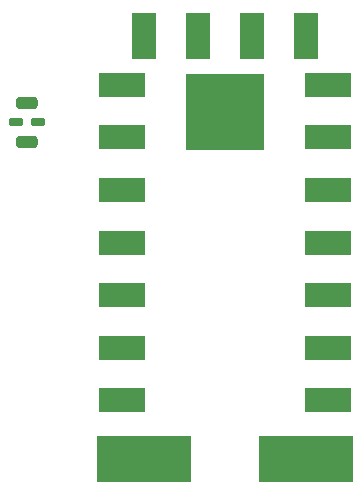
<source format=gbp>
%TF.GenerationSoftware,KiCad,Pcbnew,(6.0.0)*%
%TF.CreationDate,2021-12-26T21:14:17+01:00*%
%TF.ProjectId,TRX_Board,5452585f-426f-4617-9264-2e6b69636164,V 1.0*%
%TF.SameCoordinates,Original*%
%TF.FileFunction,Paste,Bot*%
%TF.FilePolarity,Positive*%
%FSLAX46Y46*%
G04 Gerber Fmt 4.6, Leading zero omitted, Abs format (unit mm)*
G04 Created by KiCad (PCBNEW (6.0.0)) date 2021-12-26 21:14:17*
%MOMM*%
%LPD*%
G01*
G04 APERTURE LIST*
G04 Aperture macros list*
%AMRoundRect*
0 Rectangle with rounded corners*
0 $1 Rounding radius*
0 $2 $3 $4 $5 $6 $7 $8 $9 X,Y pos of 4 corners*
0 Add a 4 corners polygon primitive as box body*
4,1,4,$2,$3,$4,$5,$6,$7,$8,$9,$2,$3,0*
0 Add four circle primitives for the rounded corners*
1,1,$1+$1,$2,$3*
1,1,$1+$1,$4,$5*
1,1,$1+$1,$6,$7*
1,1,$1+$1,$8,$9*
0 Add four rect primitives between the rounded corners*
20,1,$1+$1,$2,$3,$4,$5,0*
20,1,$1+$1,$4,$5,$6,$7,0*
20,1,$1+$1,$6,$7,$8,$9,0*
20,1,$1+$1,$8,$9,$2,$3,0*%
G04 Aperture macros list end*
%ADD10R,4.000000X2.000000*%
%ADD11R,2.000000X4.000000*%
%ADD12R,6.600000X6.500000*%
%ADD13R,8.000000X4.000000*%
%ADD14RoundRect,0.249600X0.650400X-0.270400X0.650400X0.270400X-0.650400X0.270400X-0.650400X-0.270400X0*%
%ADD15RoundRect,0.152500X0.470000X-0.152500X0.470000X0.152500X-0.470000X0.152500X-0.470000X-0.152500X0*%
G04 APERTURE END LIST*
D10*
%TO.C,U3*%
X135700000Y-100650000D03*
X135700000Y-96200000D03*
X135700000Y-91750000D03*
X135700000Y-87300000D03*
X135700000Y-82850000D03*
X135700000Y-78400000D03*
X135700000Y-73950000D03*
D11*
X133858000Y-69774000D03*
X129286000Y-69774000D03*
X124714000Y-69774000D03*
X120142000Y-69774000D03*
D10*
X118300000Y-73950000D03*
X118300000Y-78400000D03*
X118300000Y-82850000D03*
X118300000Y-87300000D03*
X118300000Y-91750000D03*
X118300000Y-96200000D03*
X118300000Y-100650000D03*
D12*
X127000000Y-76200000D03*
D13*
X133858000Y-105588000D03*
X120142000Y-105588000D03*
%TD*%
D14*
%TO.C,FL1*%
X110236000Y-78740000D03*
D15*
X109308500Y-77115000D03*
D14*
X110236000Y-75490000D03*
D15*
X111163500Y-77115000D03*
%TD*%
M02*

</source>
